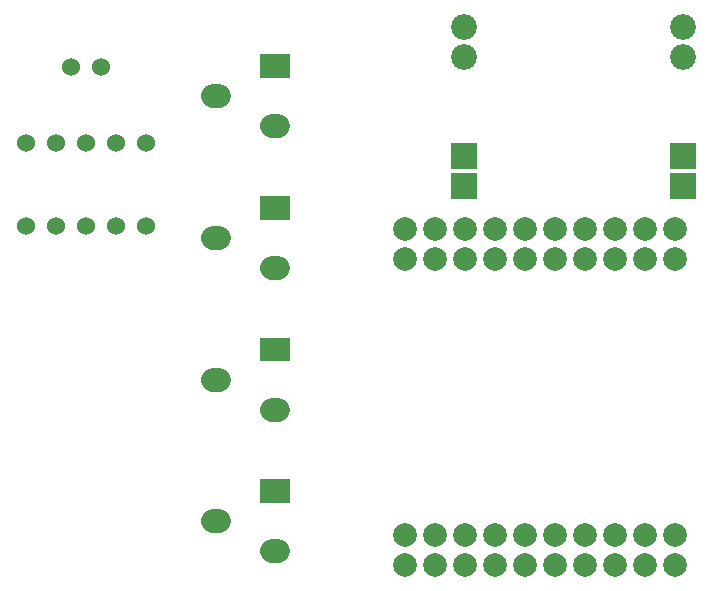
<source format=gtl>
G04 Layer: TopLayer*
G04 EasyEDA v6.4.25, 2021-10-28T21:29:07+02:00*
G04 1e849160e92242f7ba3bdc0c984c9892,d4fee26373094fa09ce5a0d27c2d2193,10*
G04 Gerber Generator version 0.2*
G04 Scale: 100 percent, Rotated: No, Reflected: No *
G04 Dimensions in millimeters *
G04 leading zeros omitted , absolute positions ,4 integer and 5 decimal *
%FSLAX45Y45*%
%MOMM*%

%ADD11C,2.0000*%
%ADD12C,1.5240*%
%ADD14R,2.1840X2.1840*%
%ADD15C,2.1840*%

%LPD*%
D11*
G01*
X3599611Y-2180589D03*
G01*
X3853611Y-2180589D03*
G01*
X4107611Y-2180589D03*
G01*
X4361611Y-2180589D03*
G01*
X4615611Y-2180589D03*
G01*
X4869611Y-2180589D03*
G01*
X5123611Y-2180589D03*
G01*
X5377611Y-2180589D03*
G01*
X5885611Y-2180589D03*
G01*
X5631611Y-2180589D03*
G01*
X3599611Y-4517389D03*
G01*
X3853611Y-4517389D03*
G01*
X4107611Y-4517389D03*
G01*
X4361611Y-4517389D03*
G01*
X4615611Y-4517389D03*
G01*
X4869611Y-4517389D03*
G01*
X5123611Y-4517389D03*
G01*
X5377611Y-4517389D03*
G01*
X5885611Y-4517389D03*
G01*
X5631611Y-4517389D03*
G01*
X3599611Y-4771389D03*
G01*
X3853611Y-4771389D03*
G01*
X4107611Y-4771389D03*
G01*
X4361611Y-4771389D03*
G01*
X4615611Y-4771389D03*
G01*
X4869611Y-4771389D03*
G01*
X5123611Y-4771389D03*
G01*
X5377611Y-4771389D03*
G01*
X5631611Y-4771389D03*
G01*
X5885611Y-4771389D03*
G01*
X3599611Y-1926589D03*
G01*
X3853611Y-1926589D03*
G01*
X4107611Y-1926589D03*
G01*
X4361611Y-1926589D03*
G01*
X4615611Y-1926589D03*
G01*
X4869611Y-1926589D03*
G01*
X5123611Y-1926589D03*
G01*
X5377611Y-1926589D03*
G01*
X5631611Y-1926589D03*
G01*
X5885611Y-1926589D03*
D12*
G01*
X391998Y-1899996D03*
G01*
X645998Y-1899996D03*
G01*
X899998Y-1899996D03*
G01*
X1153998Y-1899996D03*
G01*
X1407998Y-1899996D03*
G01*
X391998Y-1199997D03*
G01*
X645998Y-1199997D03*
G01*
X899998Y-1199997D03*
G01*
X1153998Y-1199997D03*
G01*
X1407998Y-1199997D03*
G36*
X2624968Y-4045922D02*
G01*
X2624968Y-4246074D01*
X2375032Y-4246074D01*
X2375032Y-4045922D01*
G37*
G36*
X2624968Y-2845925D02*
G01*
X2624968Y-3046077D01*
X2375032Y-3046077D01*
X2375032Y-2845925D01*
G37*
G36*
X2624968Y-1645925D02*
G01*
X2624968Y-1846077D01*
X2375032Y-1846077D01*
X2375032Y-1645925D01*
G37*
G36*
X2624968Y-445924D02*
G01*
X2624968Y-646076D01*
X2375032Y-646076D01*
X2375032Y-445924D01*
G37*
D14*
G01*
X4102100Y-1559991D03*
G01*
X4102100Y-1306093D03*
D15*
G01*
X4102100Y-470001D03*
G01*
X4102100Y-216001D03*
D14*
G01*
X5952109Y-1559991D03*
G01*
X5952109Y-1305991D03*
D15*
G01*
X5952109Y-470001D03*
G01*
X5952109Y-216001D03*
D12*
G01*
X772998Y-550011D03*
G01*
X1026998Y-550011D03*
D11*
X2524996Y-4653991D02*
G01*
X2474996Y-4653991D01*
X2024994Y-4399991D02*
G01*
X1974997Y-4399991D01*
X2524996Y-3453993D02*
G01*
X2474996Y-3453993D01*
X2024994Y-3199993D02*
G01*
X1974997Y-3199993D01*
X2524996Y-2253995D02*
G01*
X2474996Y-2253995D01*
X2024994Y-1999995D02*
G01*
X1974997Y-1999995D01*
X2524996Y-1053998D02*
G01*
X2474996Y-1053998D01*
X2024994Y-799998D02*
G01*
X1974997Y-799998D01*
M02*

</source>
